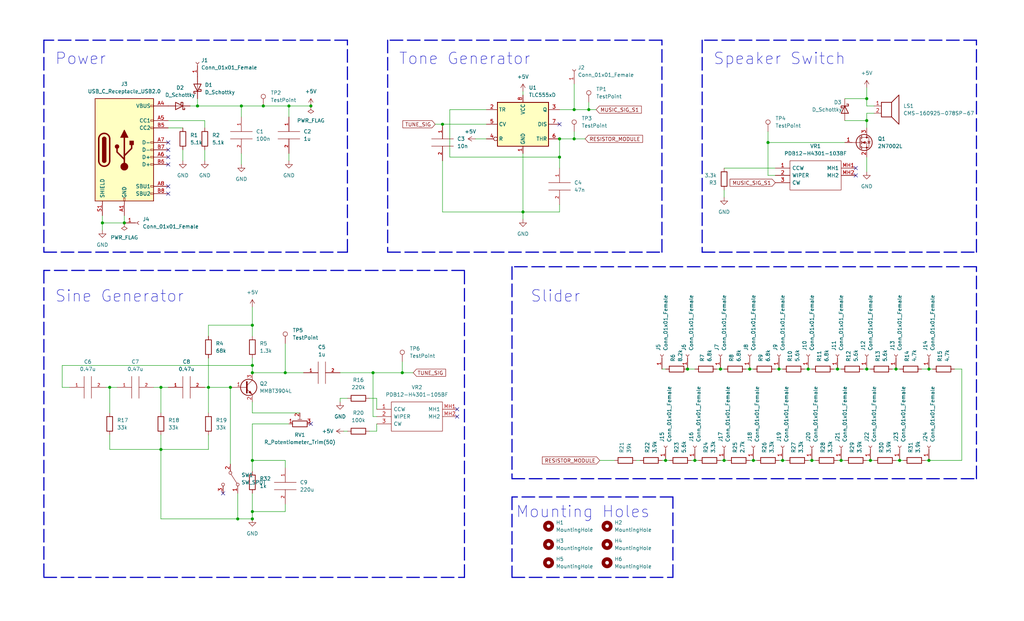
<source format=kicad_sch>
(kicad_sch (version 20211123) (generator eeschema)
  (paper "USLegal")
  (title_block (rev "0"))
  (lib_symbols
    (symbol "Connector:Conn_01x01_Female" (pin_names (offset 1.016) hide)
      (property "Reference" "J" (at 0 2.54 0))
      (property "Value" "Conn_01x01_Female" (at 0 -2.54 0))
      (symbol "Conn_01x01_Female_1_1"
        (pin passive line (at -5.08 0 0) (length 3.81) (name "Pin_1") (number "1"))
      )
    )
    (symbol "Connector:TestPoint" (pin_numbers hide) (pin_names (offset 0.762) hide)
      (property "Reference" "TP" (at 0 6.858 0))
      (property "Value" "TestPoint" (at 0 5.08 0))
      (symbol "TestPoint_1_1"
        (pin passive line (at 0 0 90) (length 2.54) (name "1") (number "1"))
      )
    )
    (symbol "Connector:USB_C_Receptacle_USB2.0" (pin_names (offset 1.016))
      (property "Reference" "J" (at -10.16 19.05 0))
      (property "Value" "USB_C_Receptacle_USB2.0" (at 19.05 19.05 0))
      (symbol "USB_C_Receptacle_USB2.0_1_1"
        (pin passive line (at 0 -22.86 90) (length 5.08) (name "GND") (number "A1"))
        (pin passive line (at 0 -22.86 90) (length 5.08) hide (name "GND") (number "A12"))
        (pin passive line (at 15.24 15.24 180) (length 5.08) (name "VBUS") (number "A4"))
        (pin bidirectional line (at 15.24 10.16 180) (length 5.08) (name "CC1") (number "A5"))
        (pin bidirectional line (at 15.24 -2.54 180) (length 5.08) (name "D+") (number "A6"))
        (pin bidirectional line (at 15.24 2.54 180) (length 5.08) (name "D-") (number "A7"))
        (pin bidirectional line (at 15.24 -12.7 180) (length 5.08) (name "SBU1") (number "A8"))
        (pin passive line (at 15.24 15.24 180) (length 5.08) hide (name "VBUS") (number "A9"))
        (pin passive line (at 0 -22.86 90) (length 5.08) hide (name "GND") (number "B1"))
        (pin passive line (at 0 -22.86 90) (length 5.08) hide (name "GND") (number "B12"))
        (pin passive line (at 15.24 15.24 180) (length 5.08) hide (name "VBUS") (number "B4"))
        (pin bidirectional line (at 15.24 7.62 180) (length 5.08) (name "CC2") (number "B5"))
        (pin bidirectional line (at 15.24 -5.08 180) (length 5.08) (name "D+") (number "B6"))
        (pin bidirectional line (at 15.24 0 180) (length 5.08) (name "D-") (number "B7"))
        (pin bidirectional line (at 15.24 -15.24 180) (length 5.08) (name "SBU2") (number "B8"))
        (pin passive line (at 15.24 15.24 180) (length 5.08) hide (name "VBUS") (number "B9"))
        (pin passive line (at -7.62 -22.86 90) (length 5.08) (name "SHIELD") (number "S1"))
      )
    )
    (symbol "Device:D_Schottky" (pin_numbers hide) (pin_names (offset 1.016) hide)
      (property "Reference" "D" (at 0 2.54 0))
      (property "Value" "D_Schottky" (at 0 -2.54 0))
      (symbol "D_Schottky_1_1"
        (pin passive line (at -3.81 0 0) (length 2.54) (name "K") (number "1"))
        (pin passive line (at 3.81 0 180) (length 2.54) (name "A") (number "2"))
      )
    )
    (symbol "Device:R" (pin_numbers hide) (pin_names (offset 0))
      (property "Reference" "R" (at 2.032 0 90))
      (property "Value" "R" (at 0 0 90))
      (symbol "R_1_1"
        (pin passive line (at 0 3.81 270) (length 1.27) (name "~") (number "1"))
        (pin passive line (at 0 -3.81 90) (length 1.27) (name "~") (number "2"))
      )
    )
    (symbol "Device:R_Potentiometer_Trim" (pin_names (offset 1.016) hide)
      (property "Reference" "RV" (at -4.445 0 90))
      (property "Value" "R_Potentiometer_Trim" (at -2.54 0 90))
      (symbol "R_Potentiometer_Trim_1_1"
        (pin passive line (at 0 3.81 270) (length 1.27) (name "1") (number "1"))
        (pin passive line (at 3.81 0 180) (length 1.27) (name "2") (number "2"))
        (pin passive line (at 0 -3.81 90) (length 1.27) (name "3") (number "3"))
      )
    )
    (symbol "Device:Speaker" (pin_names (offset 0) hide)
      (property "Reference" "LS" (at 1.27 5.715 0))
      (property "Value" "Speaker" (at 1.27 3.81 0))
      (symbol "Speaker_1_1"
        (pin input line (at -5.08 0 0) (length 2.54) (name "1") (number "1"))
        (pin input line (at -5.08 -2.54 0) (length 2.54) (name "2") (number "2"))
      )
    )
    (symbol "Mechanical:MountingHole" (pin_names (offset 1.016))
      (property "Reference" "H" (at 0 5.08 0))
      (property "Value" "MountingHole" (at 0 3.175 0))
    )
    (symbol "PDB12-H4301-103BF:PDB12-H4301-103BF" (pin_names (offset 0.762))
      (property "Reference" "VR" (at 24.13 7.62 0))
      (property "Value" "PDB12-H4301-103BF" (at 24.13 5.08 0))
      (symbol "PDB12-H4301-103BF_0_0"
        (pin passive line (at 0 0 0) (length 5.08) (name "CCW") (number "1"))
        (pin passive line (at 0 -2.54 0) (length 5.08) (name "WIPER") (number "2"))
        (pin passive line (at 0 -5.08 0) (length 5.08) (name "CW") (number "3"))
        (pin passive line (at 27.94 0 180) (length 5.08) (name "MH1") (number "MH1"))
        (pin passive line (at 27.94 -2.54 180) (length 5.08) (name "MH2") (number "MH2"))
      )
    )
    (symbol "PDB12-H4301-105BF:PDB12-H4301-105BF" (pin_names (offset 0.762))
      (property "Reference" "VR" (at 24.13 7.62 0))
      (property "Value" "PDB12-H4301-105BF" (at 24.13 5.08 0))
      (symbol "PDB12-H4301-105BF_0_0"
        (pin passive line (at 0 0 0) (length 5.08) (name "CCW") (number "1"))
        (pin passive line (at 0 -2.54 0) (length 5.08) (name "WIPER") (number "2"))
        (pin passive line (at 0 -5.08 0) (length 5.08) (name "CW") (number "3"))
        (pin passive line (at 27.94 0 180) (length 5.08) (name "MH1") (number "MH1"))
        (pin passive line (at 27.94 -2.54 180) (length 5.08) (name "MH2") (number "MH2"))
      )
    )
    (symbol "Switch:SW_SPDT" (pin_names (offset 0) hide)
      (property "Reference" "SW" (at 0 4.318 0))
      (property "Value" "SW_SPDT" (at 0 -5.08 0))
      (symbol "SW_SPDT_1_1"
        (pin passive line (at 5.08 2.54 180) (length 2.54) (name "A") (number "1"))
        (pin passive line (at -5.08 0 0) (length 2.54) (name "B") (number "2"))
        (pin passive line (at 5.08 -2.54 180) (length 2.54) (name "C") (number "3"))
      )
    )
    (symbol "Timer:TLC555xD"
      (property "Reference" "U" (at -10.16 8.89 0))
      (property "Value" "TLC555xD" (at 2.54 8.89 0))
      (symbol "TLC555xD_0_0"
        (pin power_in line (at 0 -10.16 90) (length 2.54) (name "GND") (number "1"))
        (pin power_in line (at 0 10.16 270) (length 2.54) (name "VCC") (number "8"))
      )
      (symbol "TLC555xD_1_1"
        (pin input line (at -12.7 5.08 0) (length 3.81) (name "TR") (number "2"))
        (pin output line (at 12.7 5.08 180) (length 3.81) (name "Q") (number "3"))
        (pin input inverted (at -12.7 -5.08 0) (length 3.81) (name "R") (number "4"))
        (pin input line (at -12.7 0 0) (length 3.81) (name "CV") (number "5"))
        (pin input line (at 12.7 -5.08 180) (length 3.81) (name "THR") (number "6"))
        (pin input line (at 12.7 0 180) (length 3.81) (name "DIS") (number "7"))
      )
    )
    (symbol "Transistor_BJT:MMBT3904" (pin_names (offset 0) hide)
      (property "Reference" "Q" (at 5.08 1.905 0))
      (property "Value" "MMBT3904" (at 5.08 0 0))
      (symbol "MMBT3904_1_1"
        (pin input line (at -5.08 0 0) (length 5.715) (name "B") (number "1"))
        (pin passive line (at 2.54 -5.08 90) (length 2.54) (name "E") (number "2"))
        (pin passive line (at 2.54 5.08 270) (length 2.54) (name "C") (number "3"))
      )
    )
    (symbol "Transistor_FET:2N7002" (pin_names hide)
      (property "Reference" "Q" (at 5.08 1.905 0))
      (property "Value" "2N7002" (at 5.08 0 0))
      (symbol "2N7002_1_1"
        (pin input line (at -5.08 0 0) (length 2.54) (name "G") (number "1"))
        (pin passive line (at 2.54 -5.08 90) (length 2.54) (name "S") (number "2"))
        (pin passive line (at 2.54 5.08 270) (length 2.54) (name "D") (number "3"))
      )
    )
    (symbol "power:+5V" (power) (pin_names (offset 0))
      (property "Value" "+5V" (at 0 3.556 0))
      (symbol "+5V_1_1"
        (pin power_in line (at 0 0 90) (length 0) hide (name "+5V") (number "1"))
      )
    )
    (symbol "power:GND" (power) (pin_names (offset 0))
      (property "Value" "GND" (at 0 -3.81 0))
      (symbol "GND_1_1"
        (pin power_in line (at 0 0 270) (length 0) hide (name "GND") (number "1"))
      )
    )
    (symbol "power:PWR_FLAG" (power) (pin_numbers hide) (pin_names (offset 0) hide)
      (property "Value" "PWR_FLAG" (at 0 3.81 0))
      (symbol "PWR_FLAG_0_0"
        (pin power_out line (at 0 0 90) (length 0) (name "pwr") (number "1"))
      )
    )
    (symbol "pspice:C" (pin_names (offset 0.254))
      (property "Reference" "C" (at 2.54 3.81 90))
      (property "Value" "C" (at 2.54 -3.81 90))
      (symbol "C_1_1"
        (pin passive line (at 0 6.35 270) (length 5.08) (name "~") (number "1"))
        (pin passive line (at 0 -6.35 90) (length 5.08) (name "~") (number "2"))
      )
    )
  )
  (junction (at 271.78 160.02))
  (junction (at 100.33 36.83))
  (junction (at 322.58 160.02))
  (junction (at 300.99 34.29))
  (junction (at 270.51 128.27))
  (junction (at 292.1 160.02))
  (junction (at 231.14 160.02))
  (junction (at 266.7 49.53))
  (junction (at 91.44 36.83))
  (junction (at 153.67 43.18))
  (junction (at 311.15 128.27))
  (junction (at 181.61 73.66))
  (junction (at 251.46 160.02))
  (junction (at 87.63 160.02))
  (junction (at 204.47 38.1))
  (junction (at 322.58 128.27))
  (junction (at 290.83 128.27))
  (junction (at 300.99 41.91))
  (junction (at 43.18 77.47))
  (junction (at 250.19 128.27))
  (junction (at 107.95 36.83))
  (junction (at 87.63 113.03))
  (junction (at 260.35 128.27))
  (junction (at 82.55 180.34))
  (junction (at 261.62 160.02))
  (junction (at 199.39 48.26))
  (junction (at 87.63 180.34))
  (junction (at 194.31 54.61))
  (junction (at 281.94 160.02))
  (junction (at 241.3 160.02))
  (junction (at 194.31 48.26))
  (junction (at 199.39 38.1))
  (junction (at 35.56 77.47))
  (junction (at 80.01 134.62))
  (junction (at 87.63 177.8))
  (junction (at 72.39 134.62))
  (junction (at 87.63 129.54))
  (junction (at 55.88 134.62))
  (junction (at 238.76 128.27))
  (junction (at 280.67 128.27))
  (junction (at 68.58 36.83))
  (junction (at 99.06 129.54))
  (junction (at 129.54 129.54))
  (junction (at 83.82 36.83))
  (junction (at 302.26 160.02))
  (junction (at 300.99 128.27))
  (junction (at 312.42 160.02))
  (junction (at 87.63 127))
  (junction (at 55.88 156.21))
  (junction (at 139.7 129.54))
  (junction (at 38.1 134.62))
  (no_connect (at 58.42 67.31))
  (no_connect (at 58.42 57.15))
  (no_connect (at 77.47 171.45))
  (no_connect (at 58.42 52.07))
  (no_connect (at 107.95 147.32))
  (no_connect (at 194.31 43.18))
  (no_connect (at 58.42 64.77))
  (no_connect (at 297.18 58.42))
  (no_connect (at 297.18 60.96))
  (no_connect (at 58.42 49.53))
  (no_connect (at 58.42 54.61))
  (no_connect (at 158.75 142.24))
  (no_connect (at 158.75 144.78))
  (wire (pts (xy 311.15 160.02) (xy 312.42 160.02)))
  (wire (pts (xy 153.67 73.66) (xy 181.61 73.66)))
  (wire (pts (xy 129.54 129.54) (xy 139.7 129.54)))
  (wire (pts (xy 266.7 49.53) (xy 266.7 60.96)))
  (wire (pts (xy 139.7 125.73) (xy 139.7 129.54)))
  (polyline (pts (xy 15.24 87.63) (xy 120.65 87.63)) (stroke (width 0.4)))
  (wire (pts (xy 279.4 128.27) (xy 280.67 128.27)))
  (wire (pts (xy 55.88 134.62) (xy 55.88 143.51)))
  (wire (pts (xy 156.21 54.61) (xy 194.31 54.61)))
  (polyline (pts (xy 243.84 87.63) (xy 339.09 87.63)) (stroke (width 0.4)))
  (wire (pts (xy 151.13 43.18) (xy 153.67 43.18)))
  (wire (pts (xy 300.99 54.61) (xy 300.99 59.69)))
  (polyline (pts (xy 229.87 13.97) (xy 134.62 13.97)) (stroke (width 0.4)))
  (polyline (pts (xy 177.8 166.37) (xy 339.09 166.37)) (stroke (width 0.4)))
  (wire (pts (xy 208.28 160.02) (xy 213.36 160.02)))
  (wire (pts (xy 80.01 134.62) (xy 80.01 161.29)))
  (wire (pts (xy 334.01 128.27) (xy 334.01 160.02)))
  (polyline (pts (xy 229.87 87.63) (xy 229.87 13.97)) (stroke (width 0.4)))
  (wire (pts (xy 99.06 160.02) (xy 87.63 160.02)))
  (wire (pts (xy 156.21 38.1) (xy 168.91 38.1)))
  (wire (pts (xy 72.39 116.84) (xy 72.39 113.03)))
  (polyline (pts (xy 339.09 13.97) (xy 243.84 13.97)) (stroke (width 0.4)))
  (wire (pts (xy 58.42 41.91) (xy 71.12 41.91)))
  (wire (pts (xy 153.67 43.18) (xy 168.91 43.18)))
  (wire (pts (xy 238.76 128.27) (xy 241.3 128.27)))
  (wire (pts (xy 130.81 138.43) (xy 130.81 142.24)))
  (wire (pts (xy 87.63 124.46) (xy 87.63 127)))
  (wire (pts (xy 35.56 77.47) (xy 35.56 80.01)))
  (wire (pts (xy 251.46 58.42) (xy 269.24 58.42)))
  (wire (pts (xy 35.56 74.93) (xy 35.56 77.47)))
  (wire (pts (xy 38.1 134.62) (xy 38.1 143.51)))
  (wire (pts (xy 259.08 128.27) (xy 260.35 128.27)))
  (wire (pts (xy 269.24 128.27) (xy 270.51 128.27)))
  (wire (pts (xy 87.63 113.03) (xy 87.63 116.84)))
  (polyline (pts (xy 177.8 200.66) (xy 233.68 200.66)) (stroke (width 0.4)))
  (wire (pts (xy 87.63 139.7) (xy 87.63 143.51)))
  (wire (pts (xy 311.15 128.27) (xy 312.42 128.27)))
  (wire (pts (xy 68.58 36.83) (xy 83.82 36.83)))
  (wire (pts (xy 293.37 34.29) (xy 300.99 34.29)))
  (wire (pts (xy 55.88 156.21) (xy 55.88 180.34)))
  (wire (pts (xy 300.99 128.27) (xy 302.26 128.27)))
  (wire (pts (xy 280.67 160.02) (xy 281.94 160.02)))
  (wire (pts (xy 300.99 36.83) (xy 300.99 34.29)))
  (wire (pts (xy 320.04 128.27) (xy 322.58 128.27)))
  (wire (pts (xy 72.39 134.62) (xy 72.39 143.51)))
  (wire (pts (xy 322.58 128.27) (xy 323.85 128.27)))
  (wire (pts (xy 119.38 149.86) (xy 120.65 149.86)))
  (wire (pts (xy 290.83 128.27) (xy 292.1 128.27)))
  (wire (pts (xy 251.46 66.04) (xy 251.46 68.58)))
  (wire (pts (xy 87.63 127) (xy 87.63 129.54)))
  (wire (pts (xy 58.42 44.45) (xy 63.5 44.45)))
  (wire (pts (xy 38.1 151.13) (xy 38.1 156.21)))
  (wire (pts (xy 260.35 160.02) (xy 261.62 160.02)))
  (wire (pts (xy 199.39 29.21) (xy 199.39 38.1)))
  (wire (pts (xy 83.82 53.34) (xy 83.82 57.15)))
  (wire (pts (xy 99.06 119.38) (xy 99.06 129.54)))
  (wire (pts (xy 331.47 128.27) (xy 334.01 128.27)))
  (wire (pts (xy 99.06 162.56) (xy 99.06 160.02)))
  (wire (pts (xy 99.06 177.8) (xy 87.63 177.8)))
  (wire (pts (xy 100.33 36.83) (xy 107.95 36.83)))
  (wire (pts (xy 100.33 36.83) (xy 100.33 40.64)))
  (polyline (pts (xy 120.65 87.63) (xy 120.65 13.97)) (stroke (width 0.4)))
  (wire (pts (xy 153.67 55.88) (xy 153.67 73.66)))
  (wire (pts (xy 87.63 127) (xy 21.59 127)))
  (wire (pts (xy 248.92 128.27) (xy 250.19 128.27)))
  (wire (pts (xy 66.04 36.83) (xy 68.58 36.83)))
  (wire (pts (xy 260.35 128.27) (xy 261.62 128.27)))
  (wire (pts (xy 82.55 171.45) (xy 82.55 180.34)))
  (wire (pts (xy 181.61 73.66) (xy 181.61 76.2)))
  (wire (pts (xy 199.39 48.26) (xy 203.2 48.26)))
  (wire (pts (xy 302.26 160.02) (xy 303.53 160.02)))
  (wire (pts (xy 220.98 160.02) (xy 222.25 160.02)))
  (wire (pts (xy 72.39 134.62) (xy 80.01 134.62)))
  (wire (pts (xy 63.5 52.07) (xy 63.5 55.88)))
  (wire (pts (xy 129.54 144.78) (xy 130.81 144.78)))
  (wire (pts (xy 82.55 180.34) (xy 87.63 180.34)))
  (wire (pts (xy 204.47 38.1) (xy 207.01 38.1)))
  (wire (pts (xy 270.51 160.02) (xy 271.78 160.02)))
  (wire (pts (xy 266.7 60.96) (xy 269.24 60.96)))
  (polyline (pts (xy 339.09 92.71) (xy 177.8 92.71)) (stroke (width 0.4)))
  (wire (pts (xy 156.21 38.1) (xy 156.21 54.61)))
  (wire (pts (xy 128.27 138.43) (xy 130.81 138.43)))
  (wire (pts (xy 99.06 175.26) (xy 99.06 177.8)))
  (wire (pts (xy 87.63 129.54) (xy 99.06 129.54)))
  (wire (pts (xy 36.83 134.62) (xy 38.1 134.62)))
  (polyline (pts (xy 15.24 200.66) (xy 161.29 200.66)) (stroke (width 0.4)))
  (wire (pts (xy 271.78 160.02) (xy 273.05 160.02)))
  (wire (pts (xy 194.31 71.12) (xy 194.31 73.66)))
  (polyline (pts (xy 134.62 87.63) (xy 229.87 87.63)) (stroke (width 0.4)))
  (wire (pts (xy 300.99 41.91) (xy 300.99 44.45)))
  (wire (pts (xy 87.63 106.68) (xy 87.63 113.03)))
  (wire (pts (xy 130.81 149.86) (xy 130.81 147.32)))
  (wire (pts (xy 241.3 160.02) (xy 242.57 160.02)))
  (wire (pts (xy 55.88 151.13) (xy 55.88 156.21)))
  (wire (pts (xy 118.11 138.43) (xy 120.65 138.43)))
  (wire (pts (xy 194.31 54.61) (xy 194.31 58.42)))
  (wire (pts (xy 55.88 156.21) (xy 72.39 156.21)))
  (wire (pts (xy 21.59 134.62) (xy 24.13 134.62)))
  (wire (pts (xy 100.33 147.32) (xy 87.63 147.32)))
  (wire (pts (xy 72.39 151.13) (xy 72.39 156.21)))
  (wire (pts (xy 309.88 128.27) (xy 311.15 128.27)))
  (wire (pts (xy 128.27 149.86) (xy 130.81 149.86)))
  (polyline (pts (xy 233.68 200.66) (xy 233.68 172.72)) (stroke (width 0.4)))
  (wire (pts (xy 240.03 160.02) (xy 241.3 160.02)))
  (wire (pts (xy 300.99 39.37) (xy 300.99 41.91)))
  (wire (pts (xy 250.19 160.02) (xy 251.46 160.02)))
  (wire (pts (xy 55.88 134.62) (xy 58.42 134.62)))
  (wire (pts (xy 53.34 134.62) (xy 55.88 134.62)))
  (polyline (pts (xy 177.8 92.71) (xy 177.8 166.37)) (stroke (width 0.4)))
  (polyline (pts (xy 177.8 172.72) (xy 177.8 200.66)) (stroke (width 0.4)))
  (wire (pts (xy 194.31 48.26) (xy 199.39 48.26)))
  (wire (pts (xy 293.37 41.91) (xy 300.99 41.91)))
  (wire (pts (xy 261.62 160.02) (xy 262.89 160.02)))
  (polyline (pts (xy 233.68 172.72) (xy 177.8 172.72)) (stroke (width 0.4)))
  (wire (pts (xy 68.58 34.29) (xy 68.58 36.83)))
  (wire (pts (xy 194.31 48.26) (xy 194.31 54.61)))
  (wire (pts (xy 72.39 113.03) (xy 87.63 113.03)))
  (polyline (pts (xy 134.62 13.97) (xy 134.62 87.63)) (stroke (width 0.4)))
  (wire (pts (xy 38.1 134.62) (xy 40.64 134.62)))
  (wire (pts (xy 281.94 160.02) (xy 283.21 160.02)))
  (wire (pts (xy 204.47 35.56) (xy 204.47 38.1)))
  (wire (pts (xy 322.58 160.02) (xy 334.01 160.02)))
  (wire (pts (xy 55.88 180.34) (xy 82.55 180.34)))
  (wire (pts (xy 87.63 143.51) (xy 104.14 143.51)))
  (wire (pts (xy 250.19 128.27) (xy 251.46 128.27)))
  (wire (pts (xy 43.18 74.93) (xy 43.18 77.47)))
  (polyline (pts (xy 15.24 13.97) (xy 15.24 87.63)) (stroke (width 0.4)))
  (polyline (pts (xy 161.29 200.66) (xy 161.29 93.98)) (stroke (width 0.4)))
  (wire (pts (xy 312.42 160.02) (xy 313.69 160.02)))
  (wire (pts (xy 299.72 128.27) (xy 300.99 128.27)))
  (wire (pts (xy 229.87 128.27) (xy 231.14 128.27)))
  (wire (pts (xy 181.61 73.66) (xy 194.31 73.66)))
  (wire (pts (xy 321.31 160.02) (xy 322.58 160.02)))
  (wire (pts (xy 194.31 38.1) (xy 199.39 38.1)))
  (wire (pts (xy 199.39 45.72) (xy 199.39 48.26)))
  (wire (pts (xy 270.51 128.27) (xy 271.78 128.27)))
  (wire (pts (xy 251.46 160.02) (xy 252.73 160.02)))
  (wire (pts (xy 118.11 139.7) (xy 118.11 138.43)))
  (wire (pts (xy 129.54 129.54) (xy 129.54 144.78)))
  (wire (pts (xy 87.63 171.45) (xy 87.63 177.8)))
  (wire (pts (xy 38.1 156.21) (xy 55.88 156.21)))
  (wire (pts (xy 300.99 30.48) (xy 300.99 34.29)))
  (wire (pts (xy 100.33 53.34) (xy 100.33 55.88)))
  (wire (pts (xy 289.56 128.27) (xy 290.83 128.27)))
  (wire (pts (xy 21.59 127) (xy 21.59 134.62)))
  (wire (pts (xy 35.56 77.47) (xy 43.18 77.47)))
  (wire (pts (xy 71.12 134.62) (xy 72.39 134.62)))
  (wire (pts (xy 118.11 129.54) (xy 129.54 129.54)))
  (wire (pts (xy 229.87 160.02) (xy 231.14 160.02)))
  (polyline (pts (xy 15.24 93.98) (xy 15.24 200.66)) (stroke (width 0.4)))
  (wire (pts (xy 181.61 31.75) (xy 181.61 33.02)))
  (wire (pts (xy 303.53 36.83) (xy 300.99 36.83)))
  (wire (pts (xy 87.63 177.8) (xy 87.63 180.34)))
  (wire (pts (xy 83.82 36.83) (xy 91.44 36.83)))
  (polyline (pts (xy 161.29 93.98) (xy 15.24 93.98)) (stroke (width 0.4)))
  (wire (pts (xy 292.1 160.02) (xy 293.37 160.02)))
  (wire (pts (xy 300.99 160.02) (xy 302.26 160.02)))
  (wire (pts (xy 72.39 134.62) (xy 72.39 124.46)))
  (polyline (pts (xy 339.09 87.63) (xy 339.09 13.97)) (stroke (width 0.4)))
  (wire (pts (xy 87.63 147.32) (xy 87.63 160.02)))
  (polyline (pts (xy 120.65 13.97) (xy 15.24 13.97)) (stroke (width 0.4)))
  (wire (pts (xy 181.61 53.34) (xy 181.61 73.66)))
  (wire (pts (xy 199.39 38.1) (xy 204.47 38.1)))
  (wire (pts (xy 71.12 41.91) (xy 71.12 44.45)))
  (wire (pts (xy 91.44 36.83) (xy 100.33 36.83)))
  (wire (pts (xy 165.1 48.26) (xy 168.91 48.26)))
  (wire (pts (xy 99.06 129.54) (xy 105.41 129.54)))
  (wire (pts (xy 266.7 45.72) (xy 266.7 49.53)))
  (wire (pts (xy 290.83 160.02) (xy 292.1 160.02)))
  (wire (pts (xy 303.53 39.37) (xy 300.99 39.37)))
  (wire (pts (xy 266.7 49.53) (xy 293.37 49.53)))
  (wire (pts (xy 71.12 55.88) (xy 71.12 52.07)))
  (wire (pts (xy 83.82 36.83) (xy 83.82 40.64)))
  (wire (pts (xy 87.63 160.02) (xy 87.63 163.83)))
  (wire (pts (xy 231.14 160.02) (xy 232.41 160.02)))
  (polyline (pts (xy 243.84 13.97) (xy 243.84 87.63)) (stroke (width 0.4)))
  (polyline (pts (xy 339.09 166.37) (xy 339.09 92.71)) (stroke (width 0.4)))
  (wire (pts (xy 280.67 128.27) (xy 281.94 128.27)))
  (wire (pts (xy 139.7 129.54) (xy 143.51 129.54)))
  (text "Tone Generator" (at 138.43 22.86 0) (effects (font (size 4 4)) (justify left bottom)))
  (text "Mounting Holes" (at 179.07 180.34 0) (effects (font (size 4 4)) (justify left bottom)))
  (text "Power\n" (at 19.05 22.86 0) (effects (font (size 4 4)) (justify left bottom)))
  (text "Speaker Switch" (at 247.65 22.86 0) (effects (font (size 4 4)) (justify left bottom)))
  (text "Sine Generator" (at 19.05 105.41 0) (effects (font (size 4 4)) (justify left bottom)))
  (text "Slider" (at 184.15 105.41 0) (effects (font (size 4 4)) (justify left bottom)))
  (global_label "MUSIC_SIG_S1" (shape input) (at 207.01 38.1 0) (property "Intersheet References" "${INTERSHEET_REFS}" (effects hide)))
  (global_label "TUNE_SIG" (shape input) (at 151.13 43.18 180) (property "Intersheet References" "${INTERSHEET_REFS}" (effects hide)))
  (global_label "RESISTOR_MODULE" (shape input) (at 203.2 48.26 0) (property "Intersheet References" "${INTERSHEET_REFS}" (effects hide)))
  (global_label "MUSIC_SIG_S1" (shape input) (at 269.24 63.5 180) (property "Intersheet References" "${INTERSHEET_REFS}" (effects hide)))
  (global_label "RESISTOR_MODULE" (shape input) (at 208.28 160.02 180) (property "Intersheet References" "${INTERSHEET_REFS}" (effects hide)))
  (global_label "TUNE_SIG" (shape input) (at 143.51 129.54 0) (property "Intersheet References" "${INTERSHEET_REFS}" (effects hide)))
  (symbol (lib_id "power:GND") (at 251.46 68.58 0) (unit 1)
    (property "Reference" "#PWR010" (effects hide))
    (property "Value" "GND" (at 251.46 73.66 0))
  )
  (symbol (lib_id "Connector:Conn_01x01_Female") (at 312.42 154.94 90) (unit 1)
    (property "Reference" "J23" (at 311.1499 153.67 0) (effects (justify left)))
    (property "Value" "Conn_01x01_Female" (at 313.6899 153.67 0) (effects (justify left)))
    (property "Footprint" "Stylophone_Lib:Note-Sharp" (effects hide))
  )
  (symbol (lib_id "Device:R") (at 87.63 167.64 0) (unit 1)
    (property "Reference" "R32" (at 90.17 166.3699 0) (effects (justify left)))
    (property "Value" "1k" (at 90.17 168.9099 0) (effects (justify left)))
    (property "Footprint" "Resistor_SMD:R_0402_1005Metric" (effects hide))
  )
  (symbol (lib_id "power:GND") (at 181.61 76.2 0) (unit 1)
    (property "Reference" "#PWR011" (effects hide))
    (property "Value" "GND" (at 181.61 81.28 0))
  )
  (symbol (lib_id "Device:R") (at 317.5 160.02 90) (unit 1)
    (property "Reference" "R31" (at 316.2299 157.48 0) (effects (justify left)))
    (property "Value" "3.9k" (at 318.7699 157.48 0) (effects (justify left)))
    (property "Footprint" "Resistor_SMD:R_0402_1005Metric" (effects hide))
  )
  (symbol (lib_id "Device:Speaker") (at 308.61 36.83 0) (unit 1)
    (property "Reference" "LS1" (at 313.69 36.8299 0) (effects (justify left)))
    (property "Value" "CMS-160925-078SP-67" (at 313.69 39.3699 0) (effects (justify left)))
    (property "Footprint" "LIB_CMS-160925-078SP-67:CMS160925078SP67" (effects hide))
  )
  (symbol (lib_id "Device:R") (at 297.18 160.02 90) (unit 1)
    (property "Reference" "R29" (at 295.9099 157.48 0) (effects (justify left)))
    (property "Value" "3.9k" (at 298.4499 157.48 0) (effects (justify left)))
    (property "Footprint" "Resistor_SMD:R_0402_1005Metric" (effects hide))
  )
  (symbol (lib_id "pspice:C") (at 111.76 129.54 90) (unit 1)
    (property "Reference" "C5" (at 111.76 120.65 90))
    (property "Value" "1u" (at 111.76 123.19 90))
    (property "Footprint" "Capacitor_SMD:C_0603_1608Metric" (effects hide))
  )
  (symbol (lib_id "Mechanical:MountingHole") (at 210.82 182.88 0) (unit 1)
    (property "Reference" "H2" (at 213.36 181.6099 0) (effects (justify left)))
    (property "Value" "MountingHole" (at 213.36 184.1499 0) (effects (justify left)))
    (property "Footprint" "MountingHole:MountingHole_2.7mm_M2.5" (effects hide))
  )
  (symbol (lib_id "Connector:Conn_01x01_Female") (at 290.83 123.19 90) (unit 1)
    (property "Reference" "J11" (at 289.5599 121.92 0) (effects (justify left)))
    (property "Value" "Conn_01x01_Female" (at 292.0999 121.92 0) (effects (justify left)))
    (property "Footprint" "Stylophone_Lib:Note-Sharp" (effects hide))
  )
  (symbol (lib_id "Device:R") (at 234.95 128.27 90) (unit 1)
    (property "Reference" "R6" (at 233.6799 125.73 0) (effects (justify left)))
    (property "Value" "8.2k" (at 236.2199 125.73 0) (effects (justify left)))
    (property "Footprint" "Resistor_SMD:R_0402_1005Metric" (effects hide))
  )
  (symbol (lib_id "Device:R") (at 307.34 160.02 90) (unit 1)
    (property "Reference" "R30" (at 306.0699 157.48 0) (effects (justify left)))
    (property "Value" "3.9k" (at 308.6099 157.48 0) (effects (justify left)))
    (property "Footprint" "Resistor_SMD:R_0402_1005Metric" (effects hide))
  )
  (symbol (lib_id "Connector:Conn_01x01_Female") (at 271.78 154.94 90) (unit 1)
    (property "Reference" "J19" (at 270.5099 153.67 0) (effects (justify left)))
    (property "Value" "Conn_01x01_Female" (at 273.0499 153.67 0) (effects (justify left)))
    (property "Footprint" "Stylophone_Lib:Note-Left" (effects hide))
  )
  (symbol (lib_id "Connector:Conn_01x01_Female") (at 311.15 123.19 90) (unit 1)
    (property "Reference" "J13" (at 309.8799 121.92 0) (effects (justify left)))
    (property "Value" "Conn_01x01_Female" (at 312.4199 121.92 0) (effects (justify left)))
    (property "Footprint" "Stylophone_Lib:Note-Left" (effects hide))
  )
  (symbol (lib_id "Device:R") (at 287.02 160.02 90) (unit 1)
    (property "Reference" "R28" (at 285.7499 157.48 0) (effects (justify left)))
    (property "Value" "3.3k" (at 288.2899 157.48 0) (effects (justify left)))
    (property "Footprint" "Resistor_SMD:R_0402_1005Metric" (effects hide))
  )
  (symbol (lib_id "Timer:TLC555xD") (at 181.61 43.18 0) (unit 1)
    (property "Reference" "U1" (at 183.6294 30.48 0) (effects (justify left)))
    (property "Value" "TLC555xD" (at 183.6294 33.02 0) (effects (justify left)))
    (property "Footprint" "Package_SO:SOIC-8_3.9x4.9mm_P1.27mm" (effects hide))
    (property "Datasheet" "http://www.ti.com/lit/ds/symlink/tlc555.pdf" (effects hide))
  )
  (symbol (lib_id "Device:R") (at 255.27 128.27 90) (unit 1)
    (property "Reference" "R8" (at 253.9999 125.73 0) (effects (justify left)))
    (property "Value" "6.8k" (at 256.5399 125.73 0) (effects (justify left)))
    (property "Footprint" "Resistor_SMD:R_0402_1005Metric" (effects hide))
  )
  (symbol (lib_id "Device:R") (at 295.91 128.27 90) (unit 1)
    (property "Reference" "R12" (at 294.6399 125.73 0) (effects (justify left)))
    (property "Value" "5.6k" (at 297.1799 125.73 0) (effects (justify left)))
    (property "Footprint" "Resistor_SMD:R_0402_1005Metric" (effects hide))
  )
  (symbol (lib_id "power:+5V") (at 165.1 48.26 90) (unit 1)
    (property "Reference" "#PWR04" (effects hide))
    (property "Value" "+5V" (at 161.29 45.72 90) (effects (justify right)))
  )
  (symbol (lib_id "power:GND") (at 83.82 57.15 0) (unit 1)
    (property "Reference" "#PWR08" (effects hide))
    (property "Value" "GND" (at 83.82 62.23 0))
  )
  (symbol (lib_id "Connector:Conn_01x01_Female") (at 229.87 123.19 90) (unit 1)
    (property "Reference" "J5" (at 228.5999 121.92 0) (effects (justify left)))
    (property "Value" "Conn_01x01_Female" (at 231.1399 121.92 0) (effects (justify left)))
    (property "Footprint" "Stylophone_Lib:Note-Left" (effects hide))
  )
  (symbol (lib_id "Connector:TestPoint") (at 266.7 45.72 0) (unit 1)
    (property "Reference" "TP4" (at 269.24 41.1479 0) (effects (justify left)))
    (property "Value" "TestPoint" (at 269.24 43.6879 0) (effects (justify left)))
    (property "Footprint" "TestPoint:TestPoint_Pad_D1.5mm" (effects hide))
  )
  (symbol (lib_id "Device:R") (at 316.23 128.27 90) (unit 1)
    (property "Reference" "R14" (at 314.9599 125.73 0) (effects (justify left)))
    (property "Value" "4.7k" (at 317.4999 125.73 0) (effects (justify left)))
    (property "Footprint" "Resistor_SMD:R_0402_1005Metric" (effects hide))
  )
  (symbol (lib_id "Device:R") (at 245.11 128.27 90) (unit 1)
    (property "Reference" "R7" (at 243.8399 125.73 0) (effects (justify left)))
    (property "Value" "6.8k" (at 246.3799 125.73 0) (effects (justify left)))
    (property "Footprint" "Resistor_SMD:R_0402_1005Metric" (effects hide))
  )
  (symbol (lib_id "Device:R") (at 38.1 147.32 0) (unit 1)
    (property "Reference" "R17" (at 40.64 146.0499 0) (effects (justify left)))
    (property "Value" "33k" (at 40.64 148.5899 0) (effects (justify left)))
    (property "Footprint" "Resistor_SMD:R_0402_1005Metric" (effects hide))
  )
  (symbol (lib_id "power:+5V") (at 119.38 149.86 90) (unit 1)
    (property "Reference" "#PWR015" (effects hide))
    (property "Value" "+5V" (at 111.76 149.86 90) (effects (justify right)))
  )
  (symbol (lib_id "Device:R") (at 327.66 128.27 90) (unit 1)
    (property "Reference" "R15" (at 326.3899 125.73 0) (effects (justify left)))
    (property "Value" "4.7k" (at 328.9299 125.73 0) (effects (justify left)))
    (property "Footprint" "Resistor_SMD:R_0402_1005Metric" (effects hide))
  )
  (symbol (lib_id "power:+5V") (at 300.99 30.48 0) (unit 1)
    (property "Reference" "#PWR01" (effects hide))
    (property "Value" "+5V" (at 300.99 25.4 0))
  )
  (symbol (lib_id "pspice:C") (at 64.77 134.62 90) (unit 1)
    (property "Reference" "C8" (at 64.77 125.73 90))
    (property "Value" "0.47u" (at 64.77 128.27 90))
    (property "Footprint" "Capacitor_SMD:C_0603_1608Metric" (effects hide))
  )
  (symbol (lib_id "power:+5V") (at 181.61 31.75 0) (unit 1)
    (property "Reference" "#PWR02" (effects hide))
    (property "Value" "+5V" (at 181.61 26.67 0))
  )
  (symbol (lib_id "Connector:Conn_01x01_Female") (at 300.99 123.19 90) (unit 1)
    (property "Reference" "J12" (at 299.7199 121.92 0) (effects (justify left)))
    (property "Value" "Conn_01x01_Female" (at 302.2599 121.92 0) (effects (justify left)))
    (property "Footprint" "Stylophone_Lib:Note-Right" (effects hide))
  )
  (symbol (lib_id "Device:D_Schottky") (at 62.23 36.83 180) (unit 1)
    (property "Reference" "D2" (at 62.5475 30.48 0))
    (property "Value" "D_Schottky" (at 62.5475 33.02 0))
    (property "Footprint" "Diode_SMD:D_SOD-123" (effects hide))
  )
  (symbol (lib_id "Device:D_Schottky") (at 68.58 30.48 90) (unit 1)
    (property "Reference" "D1" (at 71.12 29.5274 90) (effects (justify right)))
    (property "Value" "D_Schottky" (at 71.12 32.0674 90) (effects (justify right)))
    (property "Footprint" "Diode_SMD:D_SOD-123" (effects hide))
  )
  (symbol (lib_id "Device:R") (at 72.39 120.65 0) (unit 1)
    (property "Reference" "R4" (at 74.93 119.3799 0) (effects (justify left)))
    (property "Value" "68k" (at 74.93 121.9199 0) (effects (justify left)))
    (property "Footprint" "Resistor_SMD:R_0402_1005Metric" (effects hide))
  )
  (symbol (lib_id "power:GND") (at 35.56 80.01 0) (unit 1)
    (property "Reference" "#PWR012" (effects hide))
    (property "Value" "GND" (at 35.56 85.09 0))
  )
  (symbol (lib_id "Device:R") (at 226.06 160.02 90) (unit 1)
    (property "Reference" "R22" (at 224.7899 157.48 0) (effects (justify left)))
    (property "Value" "3.9k" (at 227.3299 157.48 0) (effects (justify left)))
    (property "Footprint" "Resistor_SMD:R_0402_1005Metric" (effects hide))
  )
  (symbol (lib_id "Device:R") (at 124.46 138.43 90) (unit 1)
    (property "Reference" "R16" (at 124.46 132.08 90))
    (property "Value" "220k" (at 124.46 134.62 90))
    (property "Footprint" "Resistor_SMD:R_0402_1005Metric" (effects hide))
  )
  (symbol (lib_id "Device:R") (at 55.88 147.32 0) (unit 1)
    (property "Reference" "R18" (at 58.42 146.0499 0) (effects (justify left)))
    (property "Value" "33k" (at 58.42 148.5899 0) (effects (justify left)))
    (property "Footprint" "Resistor_SMD:R_0402_1005Metric" (effects hide))
  )
  (symbol (lib_id "Device:R") (at 251.46 62.23 180) (unit 1)
    (property "Reference" "R3" (at 248.92 63.5001 0) (effects (justify left)))
    (property "Value" "3.3k" (at 248.92 60.9601 0) (effects (justify left)))
    (property "Footprint" "Resistor_SMD:R_0402_1005Metric" (effects hide))
  )
  (symbol (lib_id "power:+5V") (at 107.95 36.83 0) (unit 1)
    (property "Reference" "#PWR03" (effects hide))
    (property "Value" "+5V" (at 107.95 31.75 0))
  )
  (symbol (lib_id "Connector:Conn_01x01_Female") (at 322.58 123.19 90) (unit 1)
    (property "Reference" "J14" (at 321.3099 121.92 0) (effects (justify left)))
    (property "Value" "Conn_01x01_Female" (at 323.8499 121.92 0) (effects (justify left)))
    (property "Footprint" "Stylophone_Lib:Note-Sharp" (effects hide))
  )
  (symbol (lib_id "Device:R") (at 71.12 48.26 0) (unit 1)
    (property "Reference" "R2" (at 73.66 46.9899 0) (effects (justify left)))
    (property "Value" "5.1k" (at 73.66 49.5299 0) (effects (justify left)))
    (property "Footprint" "Resistor_SMD:R_0201_0603Metric" (effects hide))
  )
  (symbol (lib_id "power:PWR_FLAG") (at 43.18 77.47 180) (unit 1)
    (property "Reference" "#FLG02" (effects hide))
    (property "Value" "PWR_FLAG" (at 43.18 82.55 0))
  )
  (symbol (lib_id "Device:R") (at 63.5 48.26 0) (unit 1)
    (property "Reference" "R1" (at 66.04 46.9899 0) (effects (justify left)))
    (property "Value" "5.1k" (at 66.04 49.5299 0) (effects (justify left)))
    (property "Footprint" "Resistor_SMD:R_0201_0603Metric" (effects hide))
  )
  (symbol (lib_id "PDB12-H4301-105BF:PDB12-H4301-105BF") (at 130.81 142.24 0) (unit 1)
    (property "Reference" "VR2" (at 144.78 134.62 0))
    (property "Value" "PDB12-H4301-105BF" (at 144.78 137.16 0))
    (property "Footprint" "LIB_PDB12-H4301-105BF:PDB12H4301105BF" (effects hide))
    (property "Datasheet" "https://componentsearchengine.com/Datasheets/1/PDB12-H4301-105BF.pdf" (effects hide))
    (property "Description" "Potentiometers 1M LINEAR 12MM" (effects hide))
    (property "Height" "15" (effects hide))
    (property "Mouser Part Number" "652-PDB12-H4301105BF" (effects hide))
    (property "Mouser Price/Stock" "https://www.mouser.com/Search/Refine.aspx?Keyword=652-PDB12-H4301105BF" (effects hide))
    (property "Manufacturer_Name" "Bourns" (effects hide))
    (property "Manufacturer_Part_Number" "PDB12-H4301-105BF" (effects hide))
  )
  (symbol (lib_id "Device:R") (at 87.63 120.65 0) (unit 1)
    (property "Reference" "R5" (at 90.17 119.3799 0) (effects (justify left)))
    (property "Value" "1.3k" (at 90.17 121.9199 0) (effects (justify left)))
    (property "Footprint" "Resistor_SMD:R_0402_1005Metric" (effects hide))
  )
  (symbol (lib_id "Device:R") (at 265.43 128.27 90) (unit 1)
    (property "Reference" "R9" (at 264.1599 125.73 0) (effects (justify left)))
    (property "Value" "6.8k" (at 266.6999 125.73 0) (effects (justify left)))
    (property "Footprint" "Resistor_SMD:R_0402_1005Metric" (effects hide))
  )
  (symbol (lib_id "Connector:Conn_01x01_Female") (at 231.14 154.94 90) (unit 1)
    (property "Reference" "J15" (at 229.8699 153.67 0) (effects (justify left)))
    (property "Value" "Conn_01x01_Female" (at 232.41 153.67 0) (effects (justify left)))
    (property "Footprint" "Stylophone_Lib:Note-Right" (effects hide))
  )
  (symbol (lib_id "Transistor_BJT:MMBT3904") (at 85.09 134.62 0) (unit 1)
    (property "Reference" "Q2" (at 90.17 133.3499 0) (effects (justify left)))
    (property "Value" "MMBT3904L" (at 90.17 135.8899 0) (effects (justify left)))
    (property "Footprint" "Package_TO_SOT_SMD:SOT-23" (effects hide))
    (property "Datasheet" "https://www.onsemi.com/pub/Collateral/2N3903-D.PDF" (effects hide))
  )
  (symbol (lib_id "power:+5V") (at 87.63 106.68 0) (unit 1)
    (property "Reference" "#PWR013" (effects hide))
    (property "Value" "+5V" (at 87.63 101.6 0))
  )
  (symbol (lib_id "pspice:C") (at 46.99 134.62 90) (unit 1)
    (property "Reference" "C7" (at 46.99 125.73 90))
    (property "Value" "0.47u" (at 46.99 128.27 90))
    (property "Footprint" "Capacitor_SMD:C_0603_1608Metric" (effects hide))
  )
  (symbol (lib_id "Connector:Conn_01x01_Female") (at 260.35 123.19 90) (unit 1)
    (property "Reference" "J8" (at 259.0799 121.92 0) (effects (justify left)))
    (property "Value" "Conn_01x01_Female" (at 261.6199 121.92 0) (effects (justify left)))
    (property "Footprint" "Stylophone_Lib:Note-Left" (effects hide))
  )
  (symbol (lib_id "Connector:Conn_01x01_Female") (at 280.67 123.19 90) (unit 1)
    (property "Reference" "J10" (at 279.3999 121.92 0) (effects (justify left)))
    (property "Value" "Conn_01x01_Female" (at 281.9399 121.92 0) (effects (justify left)))
    (property "Footprint" "Stylophone_Lib:Note-Center" (effects hide))
  )
  (symbol (lib_id "Connector:USB_C_Receptacle_USB2.0") (at 43.18 52.07 0) (unit 1)
    (property "Reference" "J3" (at 43.18 29.21 0))
    (property "Value" "USB_C_Receptacle_USB2.0" (at 43.18 31.75 0))
    (property "Footprint" "LIB_GCT-USB4125-GF-A-190:GCTUSB4125GFA190" (effects hide))
    (property "Datasheet" "https://www.usb.org/sites/default/files/documents/usb_type-c.zip" (effects hide))
  )
  (symbol (lib_id "Connector:Conn_01x01_Female") (at 250.19 123.19 90) (unit 1)
    (property "Reference" "J7" (at 248.9199 121.92 0) (effects (justify left)))
    (property "Value" "Conn_01x01_Female" (at 251.4599 121.92 0) (effects (justify left)))
    (property "Footprint" "Stylophone_Lib:Note-Right" (effects hide))
  )
  (symbol (lib_id "pspice:C") (at 100.33 46.99 0) (unit 1)
    (property "Reference" "C2" (at 105.41 45.7199 0) (effects (justify left)))
    (property "Value" "1u" (at 105.41 48.2599 0) (effects (justify left)))
    (property "Footprint" "Capacitor_SMD:C_0603_1608Metric" (effects hide))
  )
  (symbol (lib_id "Connector:Conn_01x01_Female") (at 270.51 123.19 90) (unit 1)
    (property "Reference" "J9" (at 269.2399 121.92 0) (effects (justify left)))
    (property "Value" "Conn_01x01_Female" (at 271.7799 121.92 0) (effects (justify left)))
    (property "Footprint" "Stylophone_Lib:Note-Sharp" (effects hide))
  )
  (symbol (lib_id "power:GND") (at 63.5 55.88 0) (unit 1)
    (property "Reference" "#PWR05" (effects hide))
    (property "Value" "GND" (at 63.5 60.96 0))
  )
  (symbol (lib_id "Connector:TestPoint") (at 199.39 45.72 0) (unit 1)
    (property "Reference" "TP3" (at 201.93 41.1479 0) (effects (justify left)))
    (property "Value" "TestPoint" (at 201.93 43.6879 0) (effects (justify left)))
    (property "Footprint" "TestPoint:TestPoint_Pad_D1.5mm" (effects hide))
  )
  (symbol (lib_id "Mechanical:MountingHole") (at 190.5 182.88 0) (unit 1)
    (property "Reference" "H1" (at 193.04 181.6099 0) (effects (justify left)))
    (property "Value" "MountingHole" (at 193.04 184.1499 0) (effects (justify left)))
    (property "Footprint" "MountingHole:MountingHole_2.7mm_M2.5" (effects hide))
  )
  (symbol (lib_id "power:GND") (at 71.12 55.88 0) (unit 1)
    (property "Reference" "#PWR06" (effects hide))
    (property "Value" "GND" (at 71.12 60.96 0))
  )
  (symbol (lib_id "power:GND") (at 100.33 55.88 0) (unit 1)
    (property "Reference" "#PWR07" (effects hide))
    (property "Value" "GND" (at 100.33 60.96 0))
  )
  (symbol (lib_id "Connector:Conn_01x01_Female") (at 322.58 154.94 90) (unit 1)
    (property "Reference" "J24" (at 321.3099 153.67 0) (effects (justify left)))
    (property "Value" "Conn_01x01_Female" (at 323.8499 153.67 0) (effects (justify left)))
    (property "Footprint" "Stylophone_Lib:Note-Center" (effects hide))
  )
  (symbol (lib_id "Connector:Conn_01x01_Female") (at 238.76 123.19 90) (unit 1)
    (property "Reference" "J6" (at 237.4899 121.92 0) (effects (justify left)))
    (property "Value" "Conn_01x01_Female" (at 240.0299 121.92 0) (effects (justify left)))
    (property "Footprint" "Stylophone_Lib:Note-Sharp" (effects hide))
  )
  (symbol (lib_id "Connector:TestPoint") (at 91.44 36.83 0) (unit 1)
    (property "Reference" "TP2" (at 93.98 32.2579 0) (effects (justify left)))
    (property "Value" "TestPoint" (at 93.98 34.7979 0) (effects (justify left)))
    (property "Footprint" "TestPoint:TestPoint_Pad_D1.5mm" (effects hide))
  )
  (symbol (lib_id "Connector:TestPoint") (at 139.7 125.73 0) (unit 1)
    (property "Reference" "TP6" (at 142.24 121.1579 0) (effects (justify left)))
    (property "Value" "TestPoint" (at 142.24 123.6979 0) (effects (justify left)))
    (property "Footprint" "TestPoint:TestPoint_Pad_D1.5mm" (effects hide))
  )
  (symbol (lib_id "Connector:TestPoint") (at 204.47 35.56 0) (unit 1)
    (property "Reference" "TP1" (at 207.01 30.9879 0) (effects (justify left)))
    (property "Value" "TestPoint" (at 207.01 33.5279 0) (effects (justify left)))
    (property "Footprint" "TestPoint:TestPoint_Pad_D1.5mm" (effects hide))
  )
  (symbol (lib_id "pspice:C") (at 30.48 134.62 90) (unit 1)
    (property "Reference" "C6" (at 30.48 125.73 90))
    (property "Value" "0.47u" (at 30.48 128.27 90))
    (property "Footprint" "Capacitor_SMD:C_0603_1608Metric" (effects hide))
  )
  (symbol (lib_id "Device:R") (at 285.75 128.27 90) (unit 1)
    (property "Reference" "R11" (at 284.4799 125.73 0) (effects (justify left)))
    (property "Value" "6.8k" (at 287.0199 125.73 0) (effects (justify left)))
    (property "Footprint" "Resistor_SMD:R_0402_1005Metric" (effects hide))
  )
  (symbol (lib_id "Device:R") (at 72.39 147.32 0) (unit 1)
    (property "Reference" "R19" (at 74.93 146.0499 0) (effects (justify left)))
    (property "Value" "33k" (at 74.93 148.5899 0) (effects (justify left)))
    (property "Footprint" "Resistor_SMD:R_0402_1005Metric" (effects hide))
  )
  (symbol (lib_id "Device:R") (at 246.38 160.02 90) (unit 1)
    (property "Reference" "R24" (at 245.1099 157.48 0) (effects (justify left)))
    (property "Value" "3.3k" (at 247.6499 157.48 0) (effects (justify left)))
    (property "Footprint" "Resistor_SMD:R_0402_1005Metric" (effects hide))
  )
  (symbol (lib_id "Connector:Conn_01x01_Female") (at 251.46 154.94 90) (unit 1)
    (property "Reference" "J17" (at 250.1899 153.67 0) (effects (justify left)))
    (property "Value" "Conn_01x01_Female" (at 252.7299 153.67 0) (effects (justify left)))
    (property "Footprint" "Stylophone_Lib:Note-Center" (effects hide))
  )
  (symbol (lib_id "Device:R") (at 236.22 160.02 90) (unit 1)
    (property "Reference" "R23" (at 234.9499 157.48 0) (effects (justify left)))
    (property "Value" "5.6k" (at 237.4899 157.48 0) (effects (justify left)))
    (property "Footprint" "Resistor_SMD:R_0402_1005Metric" (effects hide))
  )
  (symbol (lib_id "Device:R") (at 276.86 160.02 90) (unit 1)
    (property "Reference" "R27" (at 275.5899 157.48 0) (effects (justify left)))
    (property "Value" "3.3k" (at 278.1299 157.48 0) (effects (justify left)))
    (property "Footprint" "Resistor_SMD:R_0402_1005Metric" (effects hide))
  )
  (symbol (lib_id "Connector:TestPoint") (at 99.06 119.38 0) (unit 1)
    (property "Reference" "TP5" (at 101.6 114.8079 0) (effects (justify left)))
    (property "Value" "TestPoint" (at 101.6 117.3479 0) (effects (justify left)))
    (property "Footprint" "TestPoint:TestPoint_Pad_D1.5mm" (effects hide))
  )
  (symbol (lib_id "Device:R") (at 306.07 128.27 90) (unit 1)
    (property "Reference" "R13" (at 304.7999 125.73 0) (effects (justify left)))
    (property "Value" "5.6k" (at 307.3399 125.73 0) (effects (justify left)))
    (property "Footprint" "Resistor_SMD:R_0402_1005Metric" (effects hide))
  )
  (symbol (lib_id "Connector:Conn_01x01_Female") (at 281.94 154.94 90) (unit 1)
    (property "Reference" "J20" (at 280.6699 153.67 0) (effects (justify left)))
    (property "Value" "Conn_01x01_Female" (at 283.2099 153.67 0) (effects (justify left)))
    (property "Footprint" "Stylophone_Lib:Note-Right" (effects hide))
  )
  (symbol (lib_id "PDB12-H4301-103BF:PDB12-H4301-103BF") (at 269.24 58.42 0) (unit 1)
    (property "Reference" "VR1" (at 283.21 50.8 0))
    (property "Value" "PDB12-H4301-103BF" (at 283.21 53.34 0))
    (property "Footprint" "PDB12-H4301-103BF:PDB12H4301103BF" (effects hide))
    (property "Datasheet" "https://componentsearchengine.com/Datasheets/1/PDB12-H4301-103BF.pdf" (effects hide))
    (property "Description" "Potentiometers 10Kohm 20% 30mm Flat Shaft" (effects hide))
    (property "Height" "30" (effects hide))
    (property "Mouser Part Number" "652-PDB12-H4301103BF" (effects hide))
    (property "Mouser Price/Stock" "https://www.mouser.co.uk/ProductDetail/Bourns/PDB12-H4301-103BF?qs=Ivs1Be2ZGq7DNr2mEnM9QA%3D%3D" (effects hide))
    (property "Manufacturer_Name" "Bourns" (effects hide))
    (property "Manufacturer_Part_Number" "PDB12-H4301-103BF" (effects hide))
  )
  (symbol (lib_id "Connector:Conn_01x01_Female") (at 199.39 24.13 90) (unit 1)
    (property "Reference" "J2" (at 200.66 23.4949 90) (effects (justify right)))
    (property "Value" "Conn_01x01_Female" (at 200.66 26.0349 90) (effects (justify right)))
    (property "Footprint" "Connector_Wire:SolderWirePad_1x01_SMD_1x2mm" (effects hide))
  )
  (symbol (lib_id "Device:R") (at 266.7 160.02 90) (unit 1)
    (property "Reference" "R26" (at 265.4299 157.48 0) (effects (justify left)))
    (property "Value" "3.3k" (at 267.9699 157.48 0) (effects (justify left)))
    (property "Footprint" "Resistor_SMD:R_0402_1005Metric" (effects hide))
  )
  (symbol (lib_id "Device:R_Potentiometer_Trim") (at 104.14 147.32 90) (unit 1)
    (property "Reference" "RV1" (at 104.14 151.13 90))
    (property "Value" "R_Potentiometer_Trim(50)" (at 104.14 153.67 90))
    (property "Footprint" "Potentiometer_SMD:Potentiometer_Bourns_3314J_Vertical" (effects hide))
  )
  (symbol (lib_id "Transistor_FET:2N7002") (at 298.45 49.53 0) (unit 1)
    (property "Reference" "Q1" (at 304.8 48.2599 0) (effects (justify left)))
    (property "Value" "2N7002L" (at 304.8 50.7999 0) (effects (justify left)))
    (property "Footprint" "Package_TO_SOT_SMD:SOT-23" (effects hide))
    (property "Datasheet" "https://www.onsemi.com/pub/Collateral/NDS7002A-D.PDF" (effects hide))
  )
  (symbol (lib_id "Connector:Conn_01x01_Female") (at 302.26 154.94 90) (unit 1)
    (property "Reference" "J22" (at 300.9899 153.67 0) (effects (justify left)))
    (property "Value" "Conn_01x01_Female" (at 303.5299 153.67 0) (effects (justify left)))
    (property "Footprint" "Stylophone_Lib:Note-Center" (effects hide))
  )
  (symbol (lib_id "Switch:SW_SPDT") (at 80.01 166.37 270) (unit 1)
    (property "Reference" "SW1" (at 83.82 165.0999 90) (effects (justify left)))
    (property "Value" "SW_SPDT" (at 83.82 167.6399 90) (effects (justify left)))
    (property "Footprint" "OS102011MA1QN1:OS102011MA1QN1" (effects hide))
  )
  (symbol (lib_id "Mechanical:MountingHole") (at 190.5 189.23 0) (unit 1)
    (property "Reference" "H3" (at 193.04 187.9599 0) (effects (justify left)))
    (property "Value" "MountingHole" (at 193.04 190.4999 0) (effects (justify left)))
    (property "Footprint" "MountingHole:MountingHole_2.7mm_M2.5" (effects hide))
  )
  (symbol (lib_id "Device:R") (at 124.46 149.86 90) (unit 1)
    (property "Reference" "R20" (at 124.46 143.51 90))
    (property "Value" "100k" (at 124.46 146.05 90))
    (property "Footprint" "Resistor_SMD:R_0402_1005Metric" (effects hide))
  )
  (symbol (lib_id "Connector:Conn_01x01_Female") (at 292.1 154.94 90) (unit 1)
    (property "Reference" "J21" (at 290.8299 153.67 0) (effects (justify left)))
    (property "Value" "Conn_01x01_Female" (at 293.3699 153.67 0) (effects (justify left)))
    (property "Footprint" "Stylophone_Lib:Note-Sharp" (effects hide))
  )
  (symbol (lib_id "Connector:Conn_01x01_Female") (at 68.58 21.59 90) (unit 1)
    (property "Reference" "J1" (at 69.85 20.9549 90) (effects (justify right)))
    (property "Value" "Conn_01x01_Female" (at 69.85 23.4949 90) (effects (justify right)))
    (property "Footprint" "Connector_Wire:SolderWirePad_1x01_SMD_1x2mm" (effects hide))
  )
  (symbol (lib_id "power:GND") (at 300.99 59.69 0) (unit 1)
    (property "Reference" "#PWR09" (effects hide))
    (property "Value" "GND" (at 300.99 64.77 0))
  )
  (symbol (lib_id "Connector:Conn_01x01_Female") (at 241.3 154.94 90) (unit 1)
    (property "Reference" "J16" (at 240.0299 153.67 0) (effects (justify left)))
    (property "Value" "Conn_01x01_Female" (at 242.5699 153.67 0) (effects (justify left)))
    (property "Footprint" "Stylophone_Lib:Note-Sharp" (effects hide))
  )
  (symbol (lib_id "Device:R") (at 217.17 160.02 90) (unit 1)
    (property "Reference" "R21" (at 215.8999 157.48 0) (effects (justify left)))
    (property "Value" "39k" (at 218.4399 157.48 0) (effects (justify left)))
    (property "Footprint" "Resistor_SMD:R_0402_1005Metric" (effects hide))
  )
  (symbol (lib_id "Device:R") (at 275.59 128.27 90) (unit 1)
    (property "Reference" "R10" (at 274.3199 125.73 0) (effects (justify left)))
    (property "Value" "5.6k" (at 276.8599 125.73 0) (effects (justify left)))
    (property "Footprint" "Resistor_SMD:R_0402_1005Metric" (effects hide))
  )
  (symbol (lib_id "pspice:C") (at 99.06 168.91 0) (unit 1)
    (property "Reference" "C9" (at 104.14 167.6399 0) (effects (justify left)))
    (property "Value" "220u" (at 104.14 170.1799 0) (effects (justify left)))
    (property "Footprint" "Capacitor_SMD:CP_Elec_6.3x7.7" (effects hide))
  )
  (symbol (lib_id "power:GND") (at 87.63 180.34 0) (unit 1)
    (property "Reference" "#PWR016" (effects hide))
    (property "Value" "GND" (at 87.63 185.42 0))
  )
  (symbol (lib_id "Mechanical:MountingHole") (at 210.82 195.58 0) (unit 1)
    (property "Reference" "H6" (at 213.36 194.3099 0) (effects (justify left)))
    (property "Value" "MountingHole" (at 213.36 196.8499 0) (effects (justify left)))
    (property "Footprint" "MountingHole:MountingHole_2.7mm_M2.5" (effects hide))
  )
  (symbol (lib_id "Device:D_Schottky") (at 293.37 38.1 270) (unit 1)
    (property "Reference" "D3" (at 289.56 35.56 90) (effects (justify left)))
    (property "Value" "D_Schottky" (at 281.94 38.1 90) (effects (justify left)))
    (property "Footprint" "Diode_SMD:D_SOD-123" (effects hide))
  )
  (symbol (lib_id "Device:R") (at 256.54 160.02 90) (unit 1)
    (property "Reference" "R25" (at 255.2699 157.48 0) (effects (justify left)))
    (property "Value" "2.7k" (at 257.8099 157.48 0) (effects (justify left)))
    (property "Footprint" "Resistor_SMD:R_0402_1005Metric" (effects hide))
  )
  (symbol (lib_id "pspice:C") (at 83.82 46.99 0) (unit 1)
    (property "Reference" "C1" (at 88.9 45.7199 0) (effects (justify left)))
    (property "Value" "100n" (at 88.9 48.2599 0) (effects (justify left)))
    (property "Footprint" "Capacitor_SMD:C_0402_1005Metric" (effects hide))
  )
  (symbol (lib_id "Connector:Conn_01x01_Female") (at 48.26 77.47 0) (unit 1)
    (property "Reference" "J4" (at 49.53 76.1999 0) (effects (justify left)))
    (property "Value" "Conn_01x01_Female" (at 49.53 78.7399 0) (effects (justify left)))
    (property "Footprint" "Connector_Wire:SolderWirePad_1x01_SMD_1x2mm" (effects hide))
  )
  (symbol (lib_id "pspice:C") (at 194.31 64.77 0) (unit 1)
    (property "Reference" "C4" (at 199.39 63.4999 0) (effects (justify left)))
    (property "Value" "47n" (at 199.39 66.0399 0) (effects (justify left)))
    (property "Footprint" "Capacitor_SMD:C_0402_1005Metric" (effects hide))
  )
  (symbol (lib_id "power:GND") (at 118.11 139.7 0) (unit 1)
    (property "Reference" "#PWR014" (effects hide))
    (property "Value" "GND" (at 118.11 144.78 0))
  )
  (symbol (lib_id "Mechanical:MountingHole") (at 190.5 195.58 0) (unit 1)
    (property "Reference" "H5" (at 193.04 194.3099 0) (effects (justify left)))
    (property "Value" "MountingHole" (at 193.04 196.8499 0) (effects (justify left)))
    (property "Footprint" "MountingHole:MountingHole_2.7mm_M2.5" (effects hide))
  )
  (symbol (lib_id "power:PWR_FLAG") (at 107.95 36.83 180) (unit 1)
    (property "Reference" "#FLG01" (effects hide))
    (property "Value" "PWR_FLAG" (at 107.95 41.91 0))
  )
  (symbol (lib_id "Mechanical:MountingHole") (at 210.82 189.23 0) (unit 1)
    (property "Reference" "H4" (at 213.36 187.9599 0) (effects (justify left)))
    (property "Value" "MountingHole" (at 213.36 190.4999 0) (effects (justify left)))
    (property "Footprint" "MountingHole:MountingHole_2.7mm_M2.5" (effects hide))
  )
  (symbol (lib_id "Connector:Conn_01x01_Female") (at 261.62 154.94 90) (unit 1)
    (property "Reference" "J18" (at 260.3499 153.67 0) (effects (justify left)))
    (property "Value" "Conn_01x01_Female" (at 262.8899 153.67 0) (effects (justify left)))
    (property "Footprint" "Stylophone_Lib:Note-Sharp" (effects hide))
  )
  (symbol (lib_id "pspice:C") (at 153.67 49.53 0) (unit 1)
    (property "Reference" "C3" (at 158.75 48.2599 0) (effects (justify left)))
    (property "Value" "10n" (at 158.75 50.7999 0) (effects (justify left)))
    (property "Footprint" "Capacitor_SMD:C_0201_0603Metric" (effects hide))
  )
)
</source>
